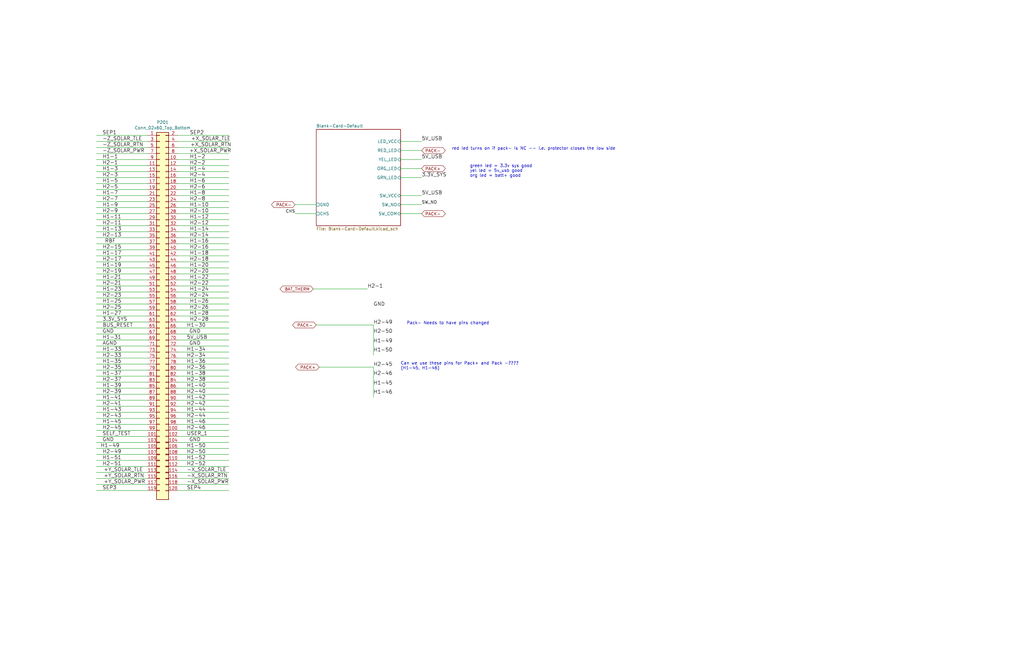
<source format=kicad_sch>
(kicad_sch (version 20211123) (generator eeschema)
  (paper "B")
  (title_block (title "Blank Card for SLI Backplane") (date "2021-11-05") (rev "A") (company "Sierra Lobo INC"))
  (lib_symbols
    (symbol "SLI-Blank-Card:Conn_02x60_Top_Bottom" (pin_names (offset 1.016) hide)
      (property "Reference" "J" (at 0 1.27 0))
      (property "Value" "SLI-Blank-Card_Conn_02x60_Top_Bottom" (at 0 -157.48 0))
      (symbol "Conn_02x60_Top_Bottom_1_1"
        (rectangle (start -2.54 -151.003) (end -1.27 -151.257) (stroke (width 0.1524)))
        (rectangle (start -2.54 -148.463) (end -1.27 -148.717) (stroke (width 0.1524)))
        (rectangle (start -2.54 -145.923) (end -1.27 -146.177) (stroke (width 0.1524)))
        (rectangle (start -2.54 -145.923) (end -1.27 -146.177) (stroke (width 0.1524)))
        (rectangle (start -2.54 -143.383) (end -1.27 -143.637) (stroke (width 0.1524)))
        (rectangle (start -2.54 -143.383) (end -1.27 -143.637) (stroke (width 0.1524)))
        (rectangle (start -2.54 -140.843) (end -1.27 -141.097) (stroke (width 0.1524)))
        (rectangle (start -2.54 -140.843) (end -1.27 -141.097) (stroke (width 0.1524)))
        (rectangle (start -2.54 -138.303) (end -1.27 -138.557) (stroke (width 0.1524)))
        (rectangle (start -2.54 -138.303) (end -1.27 -138.557) (stroke (width 0.1524)))
        (rectangle (start -2.54 -135.763) (end -1.27 -136.017) (stroke (width 0.1524)))
        (rectangle (start -2.54 -135.763) (end -1.27 -136.017) (stroke (width 0.1524)))
        (rectangle (start -2.54 -133.223) (end -1.27 -133.477) (stroke (width 0.1524)))
        (rectangle (start -2.54 -133.223) (end -1.27 -133.477) (stroke (width 0.1524)))
        (rectangle (start -2.54 -130.683) (end -1.27 -130.937) (stroke (width 0.1524)))
        (rectangle (start -2.54 -130.683) (end -1.27 -130.937) (stroke (width 0.1524)))
        (rectangle (start -2.54 -128.143) (end -1.27 -128.397) (stroke (width 0.1524)))
        (rectangle (start -2.54 -125.603) (end -1.27 -125.857) (stroke (width 0.1524)))
        (rectangle (start -2.54 -123.063) (end -1.27 -123.317) (stroke (width 0.1524)))
        (rectangle (start -2.54 -120.523) (end -1.27 -120.777) (stroke (width 0.1524)))
        (rectangle (start -2.54 -117.983) (end -1.27 -118.237) (stroke (width 0.1524)))
        (rectangle (start -2.54 -115.443) (end -1.27 -115.697) (stroke (width 0.1524)))
        (rectangle (start -2.54 -112.903) (end -1.27 -113.157) (stroke (width 0.1524)))
        (rectangle (start -2.54 -110.363) (end -1.27 -110.617) (stroke (width 0.1524)))
        (rectangle (start -2.54 -107.823) (end -1.27 -108.077) (stroke (width 0.1524)))
        (rectangle (start -2.54 -105.283) (end -1.27 -105.537) (stroke (width 0.1524)))
        (rectangle (start -2.54 -102.743) (end -1.27 -102.997) (stroke (width 0.1524)))
        (rectangle (start -2.54 -100.203) (end -1.27 -100.457) (stroke (width 0.1524)))
        (rectangle (start -2.54 -97.663) (end -1.27 -97.917) (stroke (width 0.1524)))
        (rectangle (start -2.54 -95.123) (end -1.27 -95.377) (stroke (width 0.1524)))
        (rectangle (start -2.54 -92.583) (end -1.27 -92.837) (stroke (width 0.1524)))
        (rectangle (start -2.54 -90.043) (end -1.27 -90.297) (stroke (width 0.1524)))
        (rectangle (start -2.54 -87.503) (end -1.27 -87.757) (stroke (width 0.1524)))
        (rectangle (start -2.54 -84.963) (end -1.27 -85.217) (stroke (width 0.1524)))
        (rectangle (start -2.54 -82.423) (end -1.27 -82.677) (stroke (width 0.1524)))
        (rectangle (start -2.54 -79.883) (end -1.27 -80.137) (stroke (width 0.1524)))
        (rectangle (start -2.54 -77.343) (end -1.27 -77.597) (stroke (width 0.1524)))
        (rectangle (start -2.54 -74.803) (end -1.27 -75.057) (stroke (width 0.1524)))
        (rectangle (start -2.54 -72.263) (end -1.27 -72.517) (stroke (width 0.1524)))
        (rectangle (start -2.54 -69.723) (end -1.27 -69.977) (stroke (width 0.1524)))
        (rectangle (start -2.54 -67.183) (end -1.27 -67.437) (stroke (width 0.1524)))
        (rectangle (start -2.54 -64.643) (end -1.27 -64.897) (stroke (width 0.1524)))
        (rectangle (start -2.54 -62.103) (end -1.27 -62.357) (stroke (width 0.1524)))
        (rectangle (start -2.54 -59.563) (end -1.27 -59.817) (stroke (width 0.1524)))
        (rectangle (start -2.54 -57.023) (end -1.27 -57.277) (stroke (width 0.1524)))
        (rectangle (start -2.54 -54.483) (end -1.27 -54.737) (stroke (width 0.1524)))
        (rectangle (start -2.54 -51.943) (end -1.27 -52.197) (stroke (width 0.1524)))
        (rectangle (start -2.54 -49.403) (end -1.27 -49.657) (stroke (width 0.1524)))
        (rectangle (start -2.54 -46.863) (end -1.27 -47.117) (stroke (width 0.1524)))
        (rectangle (start -2.54 -44.323) (end -1.27 -44.577) (stroke (width 0.1524)))
        (rectangle (start -2.54 -41.783) (end -1.27 -42.037) (stroke (width 0.1524)))
        (rectangle (start -2.54 -39.243) (end -1.27 -39.497) (stroke (width 0.1524)))
        (rectangle (start -2.54 -36.703) (end -1.27 -36.957) (stroke (width 0.1524)))
        (rectangle (start -2.54 -34.163) (end -1.27 -34.417) (stroke (width 0.1524)))
        (rectangle (start -2.54 -31.623) (end -1.27 -31.877) (stroke (width 0.1524)))
        (rectangle (start -2.54 -29.083) (end -1.27 -29.337) (stroke (width 0.1524)))
        (rectangle (start -2.54 -26.543) (end -1.27 -26.797) (stroke (width 0.1524)))
        (rectangle (start -2.54 -24.003) (end -1.27 -24.257) (stroke (width 0.1524)))
        (rectangle (start -2.54 -21.463) (end -1.27 -21.717) (stroke (width 0.1524)))
        (rectangle (start -2.54 -18.923) (end -1.27 -19.177) (stroke (width 0.1524)))
        (rectangle (start -2.54 -16.383) (end -1.27 -16.637) (stroke (width 0.1524)))
        (rectangle (start -2.54 -13.843) (end -1.27 -14.097) (stroke (width 0.1524)))
        (rectangle (start -2.54 -11.303) (end -1.27 -11.557) (stroke (width 0.1524)))
        (rectangle (start -2.54 -8.763) (end -1.27 -9.017) (stroke (width 0.1524)))
        (rectangle (start -2.54 -6.223) (end -1.27 -6.477) (stroke (width 0.1524)))
        (rectangle (start -2.54 -3.683) (end -1.27 -3.937) (stroke (width 0.1524)))
        (rectangle (start -2.54 -1.143) (end -1.27 -1.397) (stroke (width 0.1524)))
        (rectangle (start -2.54 0) (end 2.54 -154.94) (stroke (width 0.254)) (fill (type background)))
        (rectangle (start 2.54 -151.003) (end 1.27 -151.257) (stroke (width 0.1524)))
        (rectangle (start 2.54 -148.463) (end 1.27 -148.717) (stroke (width 0.1524)))
        (rectangle (start 2.54 -145.923) (end 1.27 -146.177) (stroke (width 0.1524)))
        (rectangle (start 2.54 -145.923) (end 1.27 -146.177) (stroke (width 0.1524)))
        (rectangle (start 2.54 -143.383) (end 1.27 -143.637) (stroke (width 0.1524)))
        (rectangle (start 2.54 -143.383) (end 1.27 -143.637) (stroke (width 0.1524)))
        (rectangle (start 2.54 -140.843) (end 1.27 -141.097) (stroke (width 0.1524)))
        (rectangle (start 2.54 -140.843) (end 1.27 -141.097) (stroke (width 0.1524)))
        (rectangle (start 2.54 -138.303) (end 1.27 -138.557) (stroke (width 0.1524)))
        (rectangle (start 2.54 -138.303) (end 1.27 -138.557) (stroke (width 0.1524)))
        (rectangle (start 2.54 -135.763) (end 1.27 -136.017) (stroke (width 0.1524)))
        (rectangle (start 2.54 -135.763) (end 1.27 -136.017) (stroke (width 0.1524)))
        (rectangle (start 2.54 -133.223) (end 1.27 -133.477) (stroke (width 0.1524)))
        (rectangle (start 2.54 -133.223) (end 1.27 -133.477) (stroke (width 0.1524)))
        (rectangle (start 2.54 -130.683) (end 1.27 -130.937) (stroke (width 0.1524)))
        (rectangle (start 2.54 -130.683) (end 1.27 -130.937) (stroke (width 0.1524)))
        (rectangle (start 2.54 -128.143) (end 1.27 -128.397) (stroke (width 0.1524)))
        (rectangle (start 2.54 -125.603) (end 1.27 -125.857) (stroke (width 0.1524)))
        (rectangle (start 2.54 -123.063) (end 1.27 -123.317) (stroke (width 0.1524)))
        (rectangle (start 2.54 -120.523) (end 1.27 -120.777) (stroke (width 0.1524)))
        (rectangle (start 2.54 -117.983) (end 1.27 -118.237) (stroke (width 0.1524)))
        (rectangle (start 2.54 -115.443) (end 1.27 -115.697) (stroke (width 0.1524)))
        (rectangle (start 2.54 -112.903) (end 1.27 -113.157) (stroke (width 0.1524)))
        (rectangle (start 2.54 -110.363) (end 1.27 -110.617) (stroke (width 0.1524)))
        (rectangle (start 2.54 -107.823) (end 1.27 -108.077) (stroke (width 0.1524)))
        (rectangle (start 2.54 -105.283) (end 1.27 -105.537) (stroke (width 0.1524)))
        (rectangle (start 2.54 -102.743) (end 1.27 -102.997) (stroke (width 0.1524)))
        (rectangle (start 2.54 -100.203) (end 1.27 -100.457) (stroke (width 0.1524)))
        (rectangle (start 2.54 -97.663) (end 1.27 -97.917) (stroke (width 0.1524)))
        (rectangle (start 2.54 -95.123) (end 1.27 -95.377) (stroke (width 0.1524)))
        (rectangle (start 2.54 -92.583) (end 1.27 -92.837) (stroke (width 0.1524)))
        (rectangle (start 2.54 -90.043) (end 1.27 -90.297) (stroke (width 0.1524)))
        (rectangle (start 2.54 -87.503) (end 1.27 -87.757) (stroke (width 0.1524)))
        (rectangle (start 2.54 -84.963) (end 1.27 -85.217) (stroke (width 0.1524)))
        (rectangle (start 2.54 -82.423) (end 1.27 -82.677) (stroke (width 0.1524)))
        (rectangle (start 2.54 -79.883) (end 1.27 -80.137) (stroke (width 0.1524)))
        (rectangle (start 2.54 -77.343) (end 1.27 -77.597) (stroke (width 0.1524)))
        (rectangle (start 2.54 -74.803) (end 1.27 -75.057) (stroke (width 0.1524)))
        (rectangle (start 2.54 -72.263) (end 1.27 -72.517) (stroke (width 0.1524)))
        (rectangle (start 2.54 -69.723) (end 1.27 -69.977) (stroke (width 0.1524)))
        (rectangle (start 2.54 -67.183) (end 1.27 -67.437) (stroke (width 0.1524)))
        (rectangle (start 2.54 -64.643) (end 1.27 -64.897) (stroke (width 0.1524)))
        (rectangle (start 2.54 -62.103) (end 1.27 -62.357) (stroke (width 0.1524)))
        (rectangle (start 2.54 -59.563) (end 1.27 -59.817) (stroke (width 0.1524)))
        (rectangle (start 2.54 -57.023) (end 1.27 -57.277) (stroke (width 0.1524)))
        (rectangle (start 2.54 -54.483) (end 1.27 -54.737) (stroke (width 0.1524)))
        (rectangle (start 2.54 -51.943) (end 1.27 -52.197) (stroke (width 0.1524)))
        (rectangle (start 2.54 -49.403) (end 1.27 -49.657) (stroke (width 0.1524)))
        (rectangle (start 2.54 -46.863) (end 1.27 -47.117) (stroke (width 0.1524)))
        (rectangle (start 2.54 -44.323) (end 1.27 -44.577) (stroke (width 0.1524)))
        (rectangle (start 2.54 -41.783) (end 1.27 -42.037) (stroke (width 0.1524)))
        (rectangle (start 2.54 -39.243) (end 1.27 -39.497) (stroke (width 0.1524)))
        (rectangle (start 2.54 -36.703) (end 1.27 -36.957) (stroke (width 0.1524)))
        (rectangle (start 2.54 -34.163) (end 1.27 -34.417) (stroke (width 0.1524)))
        (rectangle (start 2.54 -31.623) (end 1.27 -31.877) (stroke (width 0.1524)))
        (rectangle (start 2.54 -29.083) (end 1.27 -29.337) (stroke (width 0.1524)))
        (rectangle (start 2.54 -26.543) (end 1.27 -26.797) (stroke (width 0.1524)))
        (rectangle (start 2.54 -24.003) (end 1.27 -24.257) (stroke (width 0.1524)))
        (rectangle (start 2.54 -21.463) (end 1.27 -21.717) (stroke (width 0.1524)))
        (rectangle (start 2.54 -18.923) (end 1.27 -19.177) (stroke (width 0.1524)))
        (rectangle (start 2.54 -16.383) (end 1.27 -16.637) (stroke (width 0.1524)))
        (rectangle (start 2.54 -13.843) (end 1.27 -14.097) (stroke (width 0.1524)))
        (rectangle (start 2.54 -11.303) (end 1.27 -11.557) (stroke (width 0.1524)))
        (rectangle (start 2.54 -8.763) (end 1.27 -9.017) (stroke (width 0.1524)))
        (rectangle (start 2.54 -6.223) (end 1.27 -6.477) (stroke (width 0.1524)))
        (rectangle (start 2.54 -3.683) (end 1.27 -3.937) (stroke (width 0.1524)))
        (rectangle (start 2.54 -1.143) (end 1.27 -1.397) (stroke (width 0.1524)))
        (pin passive line (at -6.35 -1.27 0) (length 3.81) (name "Pin_1") (number "1"))
        (pin passive line (at 6.35 -11.43 180) (length 3.81) (name "Pin_10") (number "10"))
        (pin passive line (at 6.35 -125.73 180) (length 3.81) (name "Pin_100") (number "100"))
        (pin passive line (at -6.35 -128.27 0) (length 3.81) (name "Pin_101") (number "101"))
        (pin passive line (at 6.35 -128.27 180) (length 3.81) (name "Pin_102") (number "102"))
        (pin passive line (at -6.35 -130.81 0) (length 3.81) (name "Pin_103") (number "103"))
        (pin passive line (at 6.35 -130.81 180) (length 3.81) (name "Pin_104") (number "104"))
        (pin passive line (at -6.35 -133.35 0) (length 3.81) (name "Pin_105") (number "105"))
        (pin passive line (at 6.35 -133.35 180) (length 3.81) (name "Pin_106") (number "106"))
        (pin passive line (at -6.35 -135.89 0) (length 3.81) (name "Pin_107") (number "107"))
        (pin passive line (at 6.35 -135.89 180) (length 3.81) (name "Pin_108") (number "108"))
        (pin passive line (at -6.35 -138.43 0) (length 3.81) (name "Pin_109") (number "109"))
        (pin passive line (at -6.35 -13.97 0) (length 3.81) (name "Pin_11") (number "11"))
        (pin passive line (at 6.35 -138.43 180) (length 3.81) (name "Pin_110") (number "110"))
        (pin passive line (at -6.35 -140.97 0) (length 3.81) (name "Pin_111") (number "111"))
        (pin passive line (at 6.35 -140.97 180) (length 3.81) (name "Pin_112") (number "112"))
        (pin passive line (at -6.35 -143.51 0) (length 3.81) (name "Pin_113") (number "113"))
        (pin passive line (at 6.35 -143.51 180) (length 3.81) (name "Pin_114") (number "114"))
        (pin passive line (at -6.35 -146.05 0) (length 3.81) (name "Pin_115") (number "115"))
        (pin passive line (at 6.35 -146.05 180) (length 3.81) (name "Pin_116") (number "116"))
        (pin passive line (at -6.35 -148.59 0) (length 3.81) (name "Pin_117") (number "117"))
        (pin passive line (at 6.35 -148.59 180) (length 3.81) (name "Pin_118") (number "118"))
        (pin passive line (at -6.35 -151.13 0) (length 3.81) (name "Pin_119") (number "119"))
        (pin passive line (at 6.35 -13.97 180) (length 3.81) (name "Pin_12") (number "12"))
        (pin passive line (at 6.35 -151.13 180) (length 3.81) (name "Pin_120") (number "120"))
        (pin passive line (at -6.35 -16.51 0) (length 3.81) (name "Pin_13") (number "13"))
        (pin passive line (at 6.35 -16.51 180) (length 3.81) (name "Pin_14") (number "14"))
        (pin passive line (at -6.35 -19.05 0) (length 3.81) (name "Pin_15") (number "15"))
        (pin passive line (at 6.35 -19.05 180) (length 3.81) (name "Pin_16") (number "16"))
        (pin passive line (at -6.35 -21.59 0) (length 3.81) (name "Pin_17") (number "17"))
        (pin passive line (at 6.35 -21.59 180) (length 3.81) (name "Pin_18") (number "18"))
        (pin passive line (at -6.35 -24.13 0) (length 3.81) (name "Pin_19") (number "19"))
        (pin passive line (at 6.35 -1.27 180) (length 3.81) (name "Pin_2") (number "2"))
        (pin passive line (at 6.35 -24.13 180) (length 3.81) (name "Pin_20") (number "20"))
        (pin passive line (at -6.35 -26.67 0) (length 3.81) (name "Pin_21") (number "21"))
        (pin passive line (at 6.35 -26.67 180) (length 3.81) (name "Pin_22") (number "22"))
        (pin passive line (at -6.35 -29.21 0) (length 3.81) (name "Pin_23") (number "23"))
        (pin passive line (at 6.35 -29.21 180) (length 3.81) (name "Pin_24") (number "24"))
        (pin passive line (at -6.35 -31.75 0) (length 3.81) (name "Pin_25") (number "25"))
        (pin passive line (at 6.35 -31.75 180) (length 3.81) (name "Pin_26") (number "26"))
        (pin passive line (at -6.35 -34.29 0) (length 3.81) (name "Pin_27") (number "27"))
        (pin passive line (at 6.35 -34.29 180) (length 3.81) (name "Pin_28") (number "28"))
        (pin passive line (at -6.35 -36.83 0) (length 3.81) (name "Pin_29") (number "29"))
        (pin passive line (at -6.35 -3.81 0) (length 3.81) (name "Pin_3") (number "3"))
        (pin passive line (at 6.35 -36.83 180) (length 3.81) (name "Pin_30") (number "30"))
        (pin passive line (at -6.35 -39.37 0) (length 3.81) (name "Pin_31") (number "31"))
        (pin passive line (at 6.35 -39.37 180) (length 3.81) (name "Pin_32") (number "32"))
        (pin passive line (at -6.35 -41.91 0) (length 3.81) (name "Pin_33") (number "33"))
        (pin passive line (at 6.35 -41.91 180) (length 3.81) (name "Pin_34") (number "34"))
        (pin passive line (at -6.35 -44.45 0) (length 3.81) (name "Pin_35") (number "35"))
        (pin passive line (at 6.35 -44.45 180) (length 3.81) (name "Pin_36") (number "36"))
        (pin passive line (at -6.35 -46.99 0) (length 3.81) (name "Pin_37") (number "37"))
        (pin passive line (at 6.35 -46.99 180) (length 3.81) (name "Pin_38") (number "38"))
        (pin passive line (at -6.35 -49.53 0) (length 3.81) (name "Pin_39") (number "39"))
        (pin passive line (at 6.35 -3.81 180) (length 3.81) (name "Pin_4") (number "4"))
        (pin passive line (at 6.35 -49.53 180) (length 3.81) (name "Pin_40") (number "40"))
        (pin passive line (at -6.35 -52.07 0) (length 3.81) (name "Pin_41") (number "41"))
        (pin passive line (at 6.35 -52.07 180) (length 3.81) (name "Pin_42") (number "42"))
        (pin passive line (at -6.35 -54.61 0) (length 3.81) (name "Pin_43") (number "43"))
        (pin passive line (at 6.35 -54.61 180) (length 3.81) (name "Pin_44") (number "44"))
        (pin passive line (at -6.35 -57.15 0) (length 3.81) (name "Pin_45") (number "45"))
        (pin passive line (at 6.35 -57.15 180) (length 3.81) (name "Pin_46") (number "46"))
        (pin passive line (at -6.35 -59.69 0) (length 3.81) (name "Pin_47") (number "47"))
        (pin passive line (at 6.35 -59.69 180) (length 3.81) (name "Pin_48") (number "48"))
        (pin passive line (at -6.35 -62.23 0) (length 3.81) (name "Pin_49") (number "49"))
        (pin passive line (at -6.35 -6.35 0) (length 3.81) (name "Pin_5") (number "5"))
        (pin passive line (at 6.35 -62.23 180) (length 3.81) (name "Pin_50") (number "50"))
        (pin passive line (at -6.35 -64.77 0) (length 3.81) (name "Pin_51") (number "51"))
        (pin passive line (at 6.35 -64.77 180) (length 3.81) (name "Pin_52") (number "52"))
        (pin passive line (at -6.35 -67.31 0) (length 3.81) (name "Pin_53") (number "53"))
        (pin passive line (at 6.35 -67.31 180) (length 3.81) (name "Pin_54") (number "54"))
        (pin passive line (at -6.35 -69.85 0) (length 3.81) (name "Pin_55") (number "55"))
        (pin passive line (at 6.35 -69.85 180) (length 3.81) (name "Pin_56") (number "56"))
        (pin passive line (at -6.35 -72.39 0) (length 3.81) (name "Pin_57") (number "57"))
        (pin passive line (at 6.35 -72.39 180) (length 3.81) (name "Pin_58") (number "58"))
        (pin passive line (at -6.35 -74.93 0) (length 3.81) (name "Pin_59") (number "59"))
        (pin passive line (at 6.35 -6.35 180) (length 3.81) (name "Pin_6") (number "6"))
        (pin passive line (at 6.35 -74.93 180) (length 3.81) (name "Pin_60") (number "60"))
        (pin passive line (at -6.35 -77.47 0) (length 3.81) (name "Pin_61") (number "61"))
        (pin passive line (at 6.35 -77.47 180) (length 3.81) (name "Pin_62") (number "62"))
        (pin passive line (at -6.35 -80.01 0) (length 3.81) (name "Pin_63") (number "63"))
        (pin passive line (at 6.35 -80.01 180) (length 3.81) (name "Pin_64") (number "64"))
        (pin passive line (at -6.35 -82.55 0) (length 3.81) (name "Pin_65") (number "65"))
        (pin passive line (at 6.35 -82.55 180) (length 3.81) (name "Pin_66") (number "66"))
        (pin passive line (at -6.35 -85.09 0) (length 3.81) (name "Pin_67") (number "67"))
        (pin passive line (at 6.35 -85.09 180) (length 3.81) (name "Pin_68") (number "68"))
        (pin passive line (at -6.35 -87.63 0) (length 3.81) (name "Pin_69") (number "69"))
        (pin passive line (at -6.35 -8.89 0) (length 3.81) (name "Pin_7") (number "7"))
        (pin passive line (at 6.35 -87.63 180) (length 3.81) (name "Pin_70") (number "70"))
        (pin passive line (at -6.35 -90.17 0) (length 3.81) (name "Pin_71") (number "71"))
        (pin passive line (at 6.35 -90.17 180) (length 3.81) (name "Pin_72") (number "72"))
        (pin passive line (at -6.35 -92.71 0) (length 3.81) (name "Pin_73") (number "73"))
        (pin passive line (at 6.35 -92.71 180) (length 3.81) (name "Pin_74") (number "74"))
        (pin passive line (at -6.35 -95.25 0) (length 3.81) (name "Pin_75") (number "75"))
        (pin passive line (at 6.35 -95.25 180) (length 3.81) (name "Pin_76") (number "76"))
        (pin passive line (at -6.35 -97.79 0) (length 3.81) (name "Pin_77") (number "77"))
        (pin passive line (at 6.35 -97.79 180) (length 3.81) (name "Pin_78") (number "78"))
        (pin passive line (at -6.35 -100.33 0) (length 3.81) (name "Pin_79") (number "79"))
        (pin passive line (at 6.35 -8.89 180) (length 3.81) (name "Pin_8") (number "8"))
        (pin passive line (at 6.35 -100.33 180) (length 3.81) (name "Pin_80") (number "80"))
        (pin passive line (at -6.35 -102.87 0) (length 3.81) (name "Pin_81") (number "81"))
        (pin passive line (at 6.35 -102.87 180) (length 3.81) (name "Pin_82") (number "82"))
        (pin passive line (at -6.35 -105.41 0) (length 3.81) (name "Pin_83") (number "83"))
        (pin passive line (at 6.35 -105.41 180) (length 3.81) (name "Pin_84") (number "84"))
        (pin passive line (at -6.35 -107.95 0) (length 3.81) (name "Pin_85") (number "85"))
        (pin passive line (at 6.35 -107.95 180) (length 3.81) (name "Pin_86") (number "86"))
        (pin passive line (at -6.35 -110.49 0) (length 3.81) (name "Pin_87") (number "87"))
        (pin passive line (at 6.35 -110.49 180) (length 3.81) (name "Pin_88") (number "88"))
        (pin passive line (at -6.35 -113.03 0) (length 3.81) (name "Pin_89") (number "89"))
        (pin passive line (at -6.35 -11.43 0) (length 3.81) (name "Pin_9") (number "9"))
        (pin passive line (at 6.35 -113.03 180) (length 3.81) (name "Pin_90") (number "90"))
        (pin passive line (at -6.35 -115.57 0) (length 3.81) (name "Pin_91") (number "91"))
        (pin passive line (at 6.35 -115.57 180) (length 3.81) (name "Pin_92") (number "92"))
        (pin passive line (at -6.35 -118.11 0) (length 3.81) (name "Pin93") (number "93"))
        (pin passive line (at 6.35 -118.11 180) (length 3.81) (name "Pin_94") (number "94"))
        (pin passive line (at -6.35 -120.65 0) (length 3.81) (name "Pin_95") (number "95"))
        (pin passive line (at 6.35 -120.65 180) (length 3.81) (name "Pin_96") (number "96"))
        (pin passive line (at -6.35 -123.19 0) (length 3.81) (name "Pin_97") (number "97"))
        (pin passive line (at 6.35 -123.19 180) (length 3.81) (name "Pin_98") (number "98"))
        (pin passive line (at -6.35 -125.73 0) (length 3.81) (name "Pin_99") (number "99"))
      )
    )
  )
  (wire (pts (xy 62.23 90.17) (xy 40.64 90.17)))
  (wire (pts (xy 96.52 72.39) (xy 74.93 72.39)))
  (wire (pts (xy 62.23 82.55) (xy 40.64 82.55)))
  (wire (pts (xy 96.52 118.11) (xy 74.93 118.11)))
  (wire (pts (xy 96.52 92.71) (xy 74.93 92.71)))
  (wire (pts (xy 62.23 130.81) (xy 40.64 130.81)))
  (wire (pts (xy 62.23 102.87) (xy 40.64 102.87)))
  (wire (pts (xy 124.46 86.36) (xy 133.35 86.36)))
  (wire (pts (xy 62.23 133.35) (xy 40.64 133.35)))
  (wire (pts (xy 62.23 118.11) (xy 40.64 118.11)))
  (wire (pts (xy 177.8 86.36) (xy 168.91 86.36)))
  (wire (pts (xy 96.52 67.31) (xy 74.93 67.31)))
  (wire (pts (xy 62.23 186.69) (xy 40.64 186.69)))
  (wire (pts (xy 133.35 137.16) (xy 157.48 137.16)))
  (wire (pts (xy 62.23 85.09) (xy 40.64 85.09)))
  (wire (pts (xy 96.52 196.85) (xy 74.93 196.85)))
  (wire (pts (xy 96.52 90.17) (xy 74.93 90.17)))
  (wire (pts (xy 96.52 82.55) (xy 74.93 82.55)))
  (wire (pts (xy 168.91 67.31) (xy 177.8 67.31)))
  (wire (pts (xy 96.52 156.21) (xy 74.93 156.21)))
  (wire (pts (xy 96.52 179.07) (xy 74.93 179.07)))
  (wire (pts (xy 62.23 100.33) (xy 40.64 100.33)))
  (wire (pts (xy 96.52 163.83) (xy 74.93 163.83)))
  (wire (pts (xy 62.23 77.47) (xy 40.64 77.47)))
  (wire (pts (xy 96.52 113.03) (xy 74.93 113.03)))
  (wire (pts (xy 62.23 143.51) (xy 40.64 143.51)))
  (wire (pts (xy 96.52 138.43) (xy 74.93 138.43)))
  (wire (pts (xy 96.52 191.77) (xy 74.93 191.77)))
  (wire (pts (xy 96.52 201.93) (xy 74.93 201.93)))
  (wire (pts (xy 62.23 123.19) (xy 40.64 123.19)))
  (wire (pts (xy 96.52 176.53) (xy 74.93 176.53)))
  (wire (pts (xy 157.48 154.94) (xy 157.48 167.64)))
  (wire (pts (xy 177.8 82.55) (xy 168.91 82.55)))
  (wire (pts (xy 62.23 113.03) (xy 40.64 113.03)))
  (wire (pts (xy 96.52 80.01) (xy 74.93 80.01)))
  (wire (pts (xy 62.23 74.93) (xy 40.64 74.93)))
  (wire (pts (xy 96.52 166.37) (xy 74.93 166.37)))
  (wire (pts (xy 96.52 151.13) (xy 74.93 151.13)))
  (wire (pts (xy 96.52 153.67) (xy 74.93 153.67)))
  (wire (pts (xy 96.52 143.51) (xy 74.93 143.51)))
  (wire (pts (xy 96.52 168.91) (xy 74.93 168.91)))
  (wire (pts (xy 62.23 207.01) (xy 40.64 207.01)))
  (wire (pts (xy 96.52 62.23) (xy 74.93 62.23)))
  (wire (pts (xy 62.23 176.53) (xy 40.64 176.53)))
  (wire (pts (xy 62.23 64.77) (xy 40.64 64.77)))
  (wire (pts (xy 96.52 125.73) (xy 74.93 125.73)))
  (wire (pts (xy 96.52 194.31) (xy 74.93 194.31)))
  (wire (pts (xy 96.52 173.99) (xy 74.93 173.99)))
  (wire (pts (xy 62.23 168.91) (xy 40.64 168.91)))
  (wire (pts (xy 62.23 92.71) (xy 40.64 92.71)))
  (wire (pts (xy 62.23 138.43) (xy 40.64 138.43)))
  (wire (pts (xy 62.23 156.21) (xy 40.64 156.21)))
  (wire (pts (xy 134.62 154.94) (xy 157.48 154.94)))
  (wire (pts (xy 177.8 71.12) (xy 168.91 71.12)))
  (wire (pts (xy 62.23 184.15) (xy 40.64 184.15)))
  (wire (pts (xy 62.23 67.31) (xy 40.64 67.31)))
  (wire (pts (xy 62.23 115.57) (xy 40.64 115.57)))
  (wire (pts (xy 62.23 105.41) (xy 40.64 105.41)))
  (wire (pts (xy 62.23 59.69) (xy 40.64 59.69)))
  (wire (pts (xy 62.23 163.83) (xy 40.64 163.83)))
  (wire (pts (xy 96.52 107.95) (xy 74.93 107.95)))
  (wire (pts (xy 62.23 194.31) (xy 40.64 194.31)))
  (wire (pts (xy 177.8 63.5) (xy 168.91 63.5)))
  (wire (pts (xy 96.52 123.19) (xy 74.93 123.19)))
  (wire (pts (xy 124.46 90.17) (xy 133.35 90.17)))
  (wire (pts (xy 96.52 158.75) (xy 74.93 158.75)))
  (wire (pts (xy 62.23 95.25) (xy 40.64 95.25)))
  (wire (pts (xy 96.52 59.69) (xy 74.93 59.69)))
  (wire (pts (xy 62.23 166.37) (xy 40.64 166.37)))
  (wire (pts (xy 62.23 135.89) (xy 40.64 135.89)))
  (wire (pts (xy 96.52 97.79) (xy 74.93 97.79)))
  (wire (pts (xy 62.23 191.77) (xy 40.64 191.77)))
  (wire (pts (xy 96.52 146.05) (xy 74.93 146.05)))
  (wire (pts (xy 62.23 171.45) (xy 40.64 171.45)))
  (wire (pts (xy 62.23 97.79) (xy 40.64 97.79)))
  (wire (pts (xy 62.23 173.99) (xy 40.64 173.99)))
  (wire (pts (xy 132.08 121.92) (xy 154.94 121.92)))
  (wire (pts (xy 96.52 135.89) (xy 74.93 135.89)))
  (wire (pts (xy 96.52 77.47) (xy 74.93 77.47)))
  (wire (pts (xy 62.23 204.47) (xy 40.64 204.47)))
  (wire (pts (xy 62.23 57.15) (xy 40.64 57.15)))
  (wire (pts (xy 62.23 179.07) (xy 40.64 179.07)))
  (wire (pts (xy 62.23 80.01) (xy 40.64 80.01)))
  (wire (pts (xy 96.52 189.23) (xy 74.93 189.23)))
  (wire (pts (xy 62.23 62.23) (xy 40.64 62.23)))
  (wire (pts (xy 62.23 181.61) (xy 40.64 181.61)))
  (wire (pts (xy 62.23 151.13) (xy 40.64 151.13)))
  (wire (pts (xy 96.52 102.87) (xy 74.93 102.87)))
  (wire (pts (xy 96.52 130.81) (xy 74.93 130.81)))
  (wire (pts (xy 96.52 95.25) (xy 74.93 95.25)))
  (wire (pts (xy 96.52 85.09) (xy 74.93 85.09)))
  (wire (pts (xy 62.23 128.27) (xy 40.64 128.27)))
  (wire (pts (xy 96.52 110.49) (xy 74.93 110.49)))
  (wire (pts (xy 96.52 120.65) (xy 74.93 120.65)))
  (wire (pts (xy 62.23 189.23) (xy 40.64 189.23)))
  (wire (pts (xy 62.23 87.63) (xy 40.64 87.63)))
  (wire (pts (xy 62.23 161.29) (xy 40.64 161.29)))
  (wire (pts (xy 96.52 74.93) (xy 74.93 74.93)))
  (wire (pts (xy 62.23 158.75) (xy 40.64 158.75)))
  (wire (pts (xy 62.23 125.73) (xy 40.64 125.73)))
  (wire (pts (xy 177.8 90.17) (xy 168.91 90.17)))
  (wire (pts (xy 96.52 171.45) (xy 74.93 171.45)))
  (wire (pts (xy 96.52 161.29) (xy 74.93 161.29)))
  (wire (pts (xy 62.23 69.85) (xy 40.64 69.85)))
  (wire (pts (xy 96.52 57.15) (xy 74.93 57.15)))
  (wire (pts (xy 157.48 137.16) (xy 157.48 149.86)))
  (wire (pts (xy 62.23 140.97) (xy 40.64 140.97)))
  (wire (pts (xy 62.23 201.93) (xy 40.64 201.93)))
  (wire (pts (xy 62.23 153.67) (xy 40.64 153.67)))
  (wire (pts (xy 62.23 110.49) (xy 40.64 110.49)))
  (wire (pts (xy 62.23 199.39) (xy 40.64 199.39)))
  (wire (pts (xy 96.52 105.41) (xy 74.93 105.41)))
  (wire (pts (xy 96.52 186.69) (xy 74.93 186.69)))
  (wire (pts (xy 96.52 140.97) (xy 74.93 140.97)))
  (wire (pts (xy 96.52 87.63) (xy 74.93 87.63)))
  (wire (pts (xy 62.23 72.39) (xy 40.64 72.39)))
  (wire (pts (xy 96.52 133.35) (xy 74.93 133.35)))
  (wire (pts (xy 96.52 181.61) (xy 74.93 181.61)))
  (wire (pts (xy 62.23 148.59) (xy 40.64 148.59)))
  (wire (pts (xy 62.23 107.95) (xy 40.64 107.95)))
  (wire (pts (xy 96.52 199.39) (xy 74.93 199.39)))
  (wire (pts (xy 96.52 148.59) (xy 74.93 148.59)))
  (wire (pts (xy 96.52 64.77) (xy 74.93 64.77)))
  (wire (pts (xy 177.8 59.69) (xy 168.91 59.69)))
  (wire (pts (xy 96.52 100.33) (xy 74.93 100.33)))
  (wire (pts (xy 96.52 207.01) (xy 74.93 207.01)))
  (wire (pts (xy 62.23 146.05) (xy 40.64 146.05)))
  (wire (pts (xy 96.52 128.27) (xy 74.93 128.27)))
  (polyline (pts (xy 1041.4 464.82) (xy 1041.4 452.12)))
  (wire (pts (xy 96.52 115.57) (xy 74.93 115.57)))
  (wire (pts (xy 62.23 120.65) (xy 40.64 120.65)))
  (wire (pts (xy 96.52 184.15) (xy 74.93 184.15)))
  (wire (pts (xy 96.52 69.85) (xy 74.93 69.85)))
  (wire (pts (xy 177.8 74.93) (xy 168.91 74.93)))
  (wire (pts (xy 96.52 204.47) (xy 74.93 204.47)))
  (wire (pts (xy 62.23 196.85) (xy 40.64 196.85)))
  (text "Pack- Needs to have pins changed" (at 171.45 137.16 0) (effects (font (size 1.27 1.27)) (justify left bottom)))
  (text "Can we use these pins for Pack+ and Pack -????\n(H1-45, H1-46)" (at 168.91 156.21 0) (effects (font (size 1.27 1.27)) (justify left bottom)))
  (text "green led = 3.3v sys good\nyel led = 5v_usb good\norg led = batt+ good" (at 198.12 74.93 0) (effects (font (size 1.27 1.27)) (justify left bottom)))
  (text "red led turns on if pack- is NC -- i.e. protector closes the low side" (at 190.5 63.5 0) (effects (font (size 1.27 1.27)) (justify left bottom)))
  (label "H1-51" (at 43.18 194.31 0) (effects (font (size 1.524 1.524))))
  (label "H2-45" (at 157.48 154.94 0) (effects (font (size 1.524 1.524))))
  (label "H2-3" (at 43.18 74.93 0) (effects (font (size 1.524 1.524))))
  (label "H2-40" (at 78.74 166.37 0) (effects (font (size 1.524 1.524))))
  (label "H2-46" (at 157.48 158.75 0) (effects (font (size 1.524 1.524))))
  (label "H2-12" (at 80.01 95.25 0) (effects (font (size 1.524 1.524))))
  (label "H1-5" (at 43.18 77.47 0) (effects (font (size 1.524 1.524))))
  (label "5V_USB" (at 177.8 82.55 0) (effects (font (size 1.524 1.524))))
  (label "-Z_SOLAR_TLE" (at 43.18 59.69 0) (effects (font (size 1.524 1.524))))
  (label "H1-17" (at 43.18 107.95 0) (effects (font (size 1.524 1.524))))
  (label "H2-37" (at 43.18 161.29 0) (effects (font (size 1.524 1.524))))
  (label "H2-1" (at 43.18 69.85 0) (effects (font (size 1.524 1.524))))
  (label "H2-26" (at 80.01 130.81 0) (effects (font (size 1.524 1.524))))
  (label "H2-11" (at 43.18 95.25 0) (effects (font (size 1.524 1.524))))
  (label "H1-33" (at 43.18 148.59 0) (effects (font (size 1.524 1.524))))
  (label "+Y_SOLAR_PWR" (at 43.688 204.47 0) (effects (font (size 1.524 1.524))))
  (label "USER_1" (at 78.74 184.15 0) (effects (font (size 1.524 1.524))))
  (label "H1-19" (at 43.18 113.03 0) (effects (font (size 1.524 1.524))))
  (label "H1-38" (at 78.74 158.75 0) (effects (font (size 1.524 1.524))))
  (label "-X_SOLAR_RTN" (at 78.74 201.93 0) (effects (font (size 1.524 1.524))))
  (label "H1-35" (at 43.18 153.67 0) (effects (font (size 1.524 1.524))))
  (label "H1-20" (at 80.01 113.03 0) (effects (font (size 1.524 1.524))))
  (label "H2-46" (at 78.74 181.61 0) (effects (font (size 1.524 1.524))))
  (label "H1-2" (at 80.01 67.31 0) (effects (font (size 1.524 1.524))))
  (label "H1-40" (at 78.74 163.83 0) (effects (font (size 1.524 1.524))))
  (label "H1-46" (at 157.48 166.624 0) (effects (font (size 1.524 1.524))))
  (label "SEP3" (at 43.18 207.01 0) (effects (font (size 1.524 1.524))))
  (label "H2-21" (at 43.18 120.65 0) (effects (font (size 1.524 1.524))))
  (label "H2-18" (at 80.01 110.49 0) (effects (font (size 1.524 1.524))))
  (label "H2-52" (at 78.74 196.85 0) (effects (font (size 1.524 1.524))))
  (label "H2-10" (at 80.01 90.17 0) (effects (font (size 1.524 1.524))))
  (label "H1-52" (at 78.74 194.31 0) (effects (font (size 1.524 1.524))))
  (label "H1-7" (at 43.18 82.55 0) (effects (font (size 1.524 1.524))))
  (label "SEP4" (at 78.74 207.01 0) (effects (font (size 1.524 1.524))))
  (label "H2-34" (at 78.74 151.13 0) (effects (font (size 1.524 1.524))))
  (label "H2-2" (at 80.01 69.85 0) (effects (font (size 1.524 1.524))))
  (label "SEP1" (at 43.18 57.15 0) (effects (font (size 1.524 1.524))))
  (label "H1-50" (at 157.48 148.844 0) (effects (font (size 1.524 1.524))))
  (label "H1-39" (at 43.18 163.83 0) (effects (font (size 1.524 1.524))))
  (label "3.3V_SYS" (at 43.18 135.89 0) (effects (font (size 1.524 1.524))))
  (label "H2-15" (at 43.18 105.41 0) (effects (font (size 1.524 1.524))))
  (label "H1-42" (at 78.74 168.91 0) (effects (font (size 1.524 1.524))))
  (label "H1-43" (at 43.18 173.99 0) (effects (font (size 1.524 1.524))))
  (label "H1-46" (at 78.74 179.07 0) (effects (font (size 1.524 1.524))))
  (label "H1-28" (at 80.01 133.35 0) (effects (font (size 1.524 1.524))))
  (label "H2-23" (at 43.18 125.73 0) (effects (font (size 1.524 1.524))))
  (label "H2-41" (at 43.18 171.45 0) (effects (font (size 1.524 1.524))))
  (label "H2-1" (at 154.94 121.92 0) (effects (font (size 1.524 1.524))))
  (label "-Z_SOLAR_PWR" (at 43.18 64.77 0) (effects (font (size 1.524 1.524))))
  (label "H1-34" (at 78.74 148.59 0) (effects (font (size 1.524 1.524))))
  (label "H1-8" (at 80.01 82.55 0) (effects (font (size 1.524 1.524))))
  (label "H2-51" (at 43.18 196.85 0) (effects (font (size 1.524 1.524))))
  (label "H1-36" (at 78.74 153.67 0) (effects (font (size 1.524 1.524))))
  (label "H2-9" (at 43.18 90.17 0) (effects (font (size 1.524 1.524))))
  (label "H1-31" (at 43.18 143.51 0) (effects (font (size 1.524 1.524))))
  (label "H1-45" (at 43.18 179.07 0) (effects (font (size 1.524 1.524))))
  (label "H1-13" (at 43.18 97.79 0) (effects (font (size 1.524 1.524))))
  (label "H2-49" (at 43.18 191.77 0) (effects (font (size 1.524 1.524))))
  (label "5V_USB" (at 177.8 67.31 0) (effects (font (size 1.524 1.524))))
  (label "H2-35" (at 43.18 156.21 0) (effects (font (size 1.524 1.524))))
  (label "+Y_SOLAR_RTN" (at 43.688 201.93 0) (effects (font (size 1.524 1.524))))
  (label "H1-4" (at 80.01 72.39 0) (effects (font (size 1.524 1.524))))
  (label "H2-19" (at 43.18 115.57 0) (effects (font (size 1.524 1.524))))
  (label "H2-24" (at 80.01 125.73 0) (effects (font (size 1.524 1.524))))
  (label "H2-39" (at 43.18 166.37 0) (effects (font (size 1.524 1.524))))
  (label "H2-4" (at 80.01 74.93 0) (effects (font (size 1.524 1.524))))
  (label "3.3V_SYS" (at 177.8 74.93 0) (effects (font (size 1.524 1.524))))
  (label "GND" (at 79.756 140.97 0) (effects (font (size 1.524 1.524))))
  (label "H1-27" (at 43.18 133.35 0) (effects (font (size 1.524 1.524))))
  (label "H1-6" (at 80.01 77.47 0) (effects (font (size 1.524 1.524))))
  (label "H1-49" (at 42.418 189.23 0) (effects (font (size 1.524 1.524))))
  (label "-X_SOLAR_TLE" (at 78.74 199.39 0) (effects (font (size 1.524 1.524))))
  (label "H1-49" (at 157.48 145.034 0) (effects (font (size 1.524 1.524))))
  (label "SEP2" (at 80.01 57.15 0) (effects (font (size 1.524 1.524))))
  (label "H1-21" (at 43.18 118.11 0) (effects (font (size 1.524 1.524))))
  (label "H2-49" (at 157.48 137.16 0) (effects (font (size 1.524 1.524))))
  (label "CHS" (at 124.46 90.17 180))
  (label "H1-11" (at 43.18 92.71 0) (effects (font (size 1.524 1.524))))
  (label "H2-13" (at 43.18 100.33 0) (effects (font (size 1.524 1.524))))
  (label "H2-28" (at 80.01 135.89 0) (effects (font (size 1.524 1.524))))
  (label "RBF" (at 44.196 102.87 0) (effects (font (size 1.524 1.524))))
  (label "H1-23" (at 43.18 123.19 0) (effects (font (size 1.524 1.524))))
  (label "H1-37" (at 43.18 158.75 0) (effects (font (size 1.524 1.524))))
  (label "H1-12" (at 80.01 92.71 0) (effects (font (size 1.524 1.524))))
  (label "SELF_TEST" (at 43.18 184.15 0) (effects (font (size 1.524 1.524))))
  (label "5V_USB" (at 78.74 143.51 0) (effects (font (size 1.524 1.524))))
  (label "H1-3" (at 43.18 72.39 0) (effects (font (size 1.524 1.524))))
  (label "GND" (at 43.18 186.69 0) (effects (font (size 1.524 1.524))))
  (label "H2-8" (at 80.01 85.09 0) (effects (font (size 1.524 1.524))))
  (label "H2-33" (at 43.18 151.13 0) (effects (font (size 1.524 1.524))))
  (label "H1-41" (at 43.18 168.91 0) (effects (font (size 1.524 1.524))))
  (label "H1-44" (at 78.74 173.99 0) (effects (font (size 1.524 1.524))))
  (label "H1-14" (at 80.01 97.79 0) (effects (font (size 1.524 1.524))))
  (label "H1-50" (at 78.74 189.23 0) (effects (font (size 1.524 1.524))))
  (label "+X_SOLAR_PWR" (at 79.756 64.77 0) (effects (font (size 1.524 1.524))))
  (label "H1-30" (at 78.74 138.43 0) (effects (font (size 1.524 1.524))))
  (label "H1-1" (at 43.18 67.31 0) (effects (font (size 1.524 1.524))))
  (label "H2-25" (at 43.18 130.81 0) (effects (font (size 1.524 1.524))))
  (label "H2-42" (at 78.74 171.45 0) (effects (font (size 1.524 1.524))))
  (label "H2-38" (at 78.74 161.29 0) (effects (font (size 1.524 1.524))))
  (label "H1-22" (at 80.01 118.11 0) (effects (font (size 1.524 1.524))))
  (label "H1-10" (at 80.01 87.63 0) (effects (font (size 1.524 1.524))))
  (label "+X_SOLAR_TLE" (at 80.518 59.69 0) (effects (font (size 1.524 1.524))))
  (label "GND" (at 43.18 140.97 0) (effects (font (size 1.524 1.524))))
  (label "-Z_SOLAR_RTN" (at 43.18 62.23 0) (effects (font (size 1.524 1.524))))
  (label "AGND" (at 43.18 146.05 0) (effects (font (size 1.524 1.524))))
  (label "H2-16" (at 80.01 105.41 0) (effects (font (size 1.524 1.524))))
  (label "H2-5" (at 43.18 80.01 0) (effects (font (size 1.524 1.524))))
  (label "H2-22" (at 80.01 120.65 0) (effects (font (size 1.524 1.524))))
  (label "H1-25" (at 43.18 128.27 0) (effects (font (size 1.524 1.524))))
  (label "5V_USB" (at 177.8 59.69 0) (effects (font (size 1.524 1.524))))
  (label "H2-6" (at 80.01 80.01 0) (effects (font (size 1.524 1.524))))
  (label "H2-7" (at 43.18 85.09 0) (effects (font (size 1.524 1.524))))
  (label "H2-50" (at 157.48 140.97 0) (effects (font (size 1.524 1.524))))
  (label "H1-9" (at 43.18 87.63 0) (effects (font (size 1.524 1.524))))
  (label "H2-44" (at 78.74 176.53 0) (effects (font (size 1.524 1.524))))
  (label "H1-26" (at 80.01 128.27 0) (effects (font (size 1.524 1.524))))
  (label "SW_NO" (at 177.8 86.36 0))
  (label "BUS_RESET" (at 43.18 138.43 0) (effects (font (size 1.524 1.524))))
  (label "H2-14" (at 80.01 100.33 0) (effects (font (size 1.524 1.524))))
  (label "H1-18" (at 80.01 107.95 0) (effects (font (size 1.524 1.524))))
  (label "H2-36" (at 78.74 156.21 0) (effects (font (size 1.524 1.524))))
  (label "H2-43" (at 43.18 176.53 0) (effects (font (size 1.524 1.524))))
  (label "H1-45" (at 157.48 162.814 0) (effects (font (size 1.524 1.524))))
  (label "+Y_SOLAR_TLE" (at 43.688 199.39 0) (effects (font (size 1.524 1.524))))
  (label "H2-45" (at 43.18 181.61 0) (effects (font (size 1.524 1.524))))
  (label "GND" (at 157.48 129.54 0) (effects (font (size 1.524 1.524))))
  (label "H2-50" (at 78.74 191.77 0) (effects (font (size 1.524 1.524))))
  (label "H1-16" (at 80.01 102.87 0) (effects (font (size 1.524 1.524))))
  (label "-X_SOLAR_PWR" (at 78.74 204.47 0) (effects (font (size 1.524 1.524))))
  (label "H2-17" (at 43.18 110.49 0) (effects (font (size 1.524 1.524))))
  (label "H2-20" (at 80.01 115.57 0) (effects (font (size 1.524 1.524))))
  (label "GND" (at 79.756 186.69 0) (effects (font (size 1.524 1.524))))
  (label "H1-24" (at 80.01 123.19 0) (effects (font (size 1.524 1.524))))
  (label "+X_SOLAR_RTN" (at 80.264 62.23 0) (effects (font (size 1.524 1.524))))
  (label "GND" (at 79.756 146.05 0) (effects (font (size 1.524 1.524))))
  (global_label "PACK-" (shape bidirectional) (at 133.35 137.16 180) (property "Intersheet References" "${INTERSHEET_REFS}" (effects hide)))
  (global_label "PACK-" (shape bidirectional) (at 124.46 86.36 180) (property "Intersheet References" "${INTERSHEET_REFS}" (effects hide)))
  (global_label "PACK-" (shape bidirectional) (at 177.8 63.5 0) (property "Intersheet References" "${INTERSHEET_REFS}" (effects hide)))
  (global_label "PACK+" (shape bidirectional) (at 177.8 71.12 0) (property "Intersheet References" "${INTERSHEET_REFS}" (effects hide)))
  (global_label "PACK-" (shape bidirectional) (at 177.8 90.17 0) (property "Intersheet References" "${INTERSHEET_REFS}" (effects hide)))
  (global_label "BAT_THERM" (shape bidirectional) (at 132.08 121.92 180) (property "Intersheet References" "${INTERSHEET_REFS}" (effects hide)))
  (global_label "PACK+" (shape bidirectional) (at 134.62 154.94 180) (property "Intersheet References" "${INTERSHEET_REFS}" (effects hide)))
  (symbol (lib_id "SLI-Blank-Card:Conn_02x60_Top_Bottom") (at 68.58 55.88 0) (unit 1)
    (property "Reference" "P201" (at 68.58 51.6382 0))
    (property "Value" "Conn_02x60_Top_Bottom" (at 68.58 53.9496 0))
    (property "Footprint" "SLI-Blank-Card:HSEC8-160-CARD-EDGE" (effects hide))
  )
  (sheet (at 133.35 54.61) (size 35.56 40.64)
    (property "Sheet name" "Blank-Card-Default" (at 133.35 53.8984 0) (effects (justify left bottom)))
    (property "Sheet file" "Blank-Card-Default.kicad_sch" (at 133.35 95.8346 0) (effects (justify left top)))
    (pin "SW_NO" bidirectional (at 168.91 86.36 0))
    (pin "SW_COM" bidirectional (at 168.91 90.17 0))
    (pin "ORG_LED" input (at 168.91 71.12 0))
    (pin "LED_VCC" input (at 168.91 59.69 0))
    (pin "GRN_LED" input (at 168.91 74.93 0))
    (pin "YEL_LED" input (at 168.91 67.31 0))
    (pin "RED_LED" input (at 168.91 63.5 0))
    (pin "GND" passive (at 133.35 86.36 180))
    (pin "CHS" passive (at 133.35 90.17 180))
    (pin "SW_VCC" bidirectional (at 168.91 82.55 0))
  )
)
</source>
